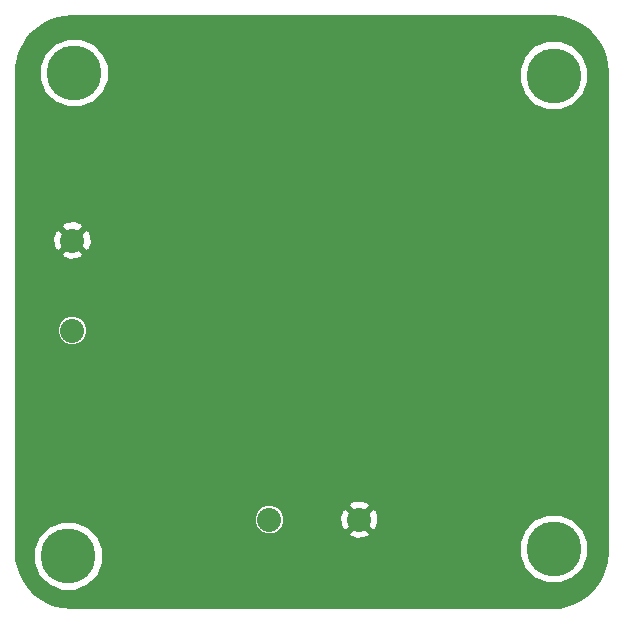
<source format=gbr>
G04 #@! TF.GenerationSoftware,KiCad,Pcbnew,5.0.2-bee76a0~70~ubuntu18.04.1*
G04 #@! TF.CreationDate,2019-02-22T10:13:23-05:00*
G04 #@! TF.ProjectId,New Buck Converter,4e657720-4275-4636-9b20-436f6e766572,rev?*
G04 #@! TF.SameCoordinates,Original*
G04 #@! TF.FileFunction,Copper,L2,Bot*
G04 #@! TF.FilePolarity,Positive*
%FSLAX46Y46*%
G04 Gerber Fmt 4.6, Leading zero omitted, Abs format (unit mm)*
G04 Created by KiCad (PCBNEW 5.0.2-bee76a0~70~ubuntu18.04.1) date Fri 22 Feb 2019 10:13:23 AM EST*
%MOMM*%
%LPD*%
G01*
G04 APERTURE LIST*
G04 #@! TA.AperFunction,ComponentPad*
%ADD10C,2.032000*%
G04 #@! TD*
G04 #@! TA.AperFunction,ComponentPad*
%ADD11C,4.648200*%
G04 #@! TD*
G04 #@! TA.AperFunction,ViaPad*
%ADD12C,0.800000*%
G04 #@! TD*
G04 #@! TA.AperFunction,Conductor*
%ADD13C,0.250000*%
G04 #@! TD*
G04 #@! TA.AperFunction,Conductor*
%ADD14C,0.381000*%
G04 #@! TD*
G04 #@! TA.AperFunction,Conductor*
%ADD15C,0.152400*%
G04 #@! TD*
G04 APERTURE END LIST*
D10*
G04 #@! TO.P,J1,2*
G04 #@! TO.N,/12V*
X107734100Y-105895140D03*
G04 #@! TO.P,J1,1*
G04 #@! TO.N,GND*
X107734100Y-98275140D03*
G04 #@! TD*
G04 #@! TO.P,J2,2*
G04 #@! TO.N,/5V*
X124409200Y-121909840D03*
G04 #@! TO.P,J2,1*
G04 #@! TO.N,GND*
X132029200Y-121909840D03*
G04 #@! TD*
D11*
G04 #@! TO.P,REF\002A\002A,1*
G04 #@! TO.N,N/C*
X107900000Y-84100000D03*
G04 #@! TD*
G04 #@! TO.P,REF\002A\002A,1*
G04 #@! TO.N,N/C*
X148500000Y-84300000D03*
G04 #@! TD*
G04 #@! TO.P,REF\002A\002A,1*
G04 #@! TO.N,N/C*
X148500000Y-124400000D03*
G04 #@! TD*
G04 #@! TO.P,REF\002A\002A,1*
G04 #@! TO.N,N/C*
X107400000Y-125000000D03*
G04 #@! TD*
D12*
G04 #@! TO.N,GND*
X142849600Y-98732340D03*
X143019780Y-108399580D03*
X142984220Y-101693980D03*
X142984220Y-105064560D03*
X143019780Y-113235740D03*
X143019780Y-111135160D03*
X123705620Y-96205040D03*
X120876060Y-96192340D03*
X117906800Y-96230440D03*
X114752120Y-96230440D03*
X114688620Y-98028760D03*
X114675920Y-100909120D03*
X143035020Y-94940120D03*
X140154660Y-114589560D03*
G04 #@! TD*
D13*
G04 #@! TO.N,GND*
X142849600Y-98732340D02*
X142849600Y-99298025D01*
X142849600Y-101559360D02*
X142984220Y-101693980D01*
X142849600Y-99298025D02*
X142849600Y-101559360D01*
X142984220Y-105064560D02*
X142984220Y-108364020D01*
X142984220Y-108364020D02*
X143019780Y-108399580D01*
X143019780Y-112670055D02*
X143022320Y-112667515D01*
X143019780Y-113235740D02*
X143019780Y-112670055D01*
X143022320Y-111137700D02*
X143019780Y-111135160D01*
X143022320Y-112667515D02*
X143022320Y-111137700D01*
D14*
X123705620Y-96205040D02*
X120888760Y-96205040D01*
X120888760Y-96205040D02*
X120876060Y-96192340D01*
X117906800Y-96230440D02*
X117341115Y-96230440D01*
X117341115Y-96230440D02*
X114752120Y-96230440D01*
X114688620Y-98028760D02*
X114688620Y-100896420D01*
X114688620Y-100896420D02*
X114675920Y-100909120D01*
D13*
X139349480Y-114589560D02*
X140154660Y-114589560D01*
X132029200Y-121909840D02*
X139349480Y-114589560D01*
G04 #@! TD*
D15*
G04 #@! TO.N,GND*
G36*
X149169545Y-79338018D02*
X149984130Y-79560862D01*
X150746372Y-79924434D01*
X151432192Y-80417245D01*
X152019898Y-81023711D01*
X152490918Y-81724663D01*
X152830369Y-82497954D01*
X153028122Y-83321658D01*
X153079781Y-84025109D01*
X153079780Y-124638406D01*
X153003402Y-125494207D01*
X152780556Y-126308795D01*
X152416986Y-127071033D01*
X151924177Y-127756850D01*
X151317714Y-128344553D01*
X150616757Y-128815578D01*
X149843466Y-129155029D01*
X149019757Y-129352784D01*
X148316325Y-129404440D01*
X107703014Y-129404440D01*
X106847213Y-129328062D01*
X106032625Y-129105216D01*
X105270387Y-128741646D01*
X104584570Y-128248837D01*
X103996867Y-127642374D01*
X103525842Y-126941417D01*
X103186391Y-126168126D01*
X102988636Y-125344417D01*
X102936980Y-124640985D01*
X102936980Y-124421503D01*
X104491700Y-124421503D01*
X104491700Y-125578497D01*
X104934462Y-126647420D01*
X105752580Y-127465538D01*
X106821503Y-127908300D01*
X107978497Y-127908300D01*
X109047420Y-127465538D01*
X109865538Y-126647420D01*
X110308300Y-125578497D01*
X110308300Y-124421503D01*
X110059773Y-123821503D01*
X145591700Y-123821503D01*
X145591700Y-124978497D01*
X146034462Y-126047420D01*
X146852580Y-126865538D01*
X147921503Y-127308300D01*
X149078497Y-127308300D01*
X150147420Y-126865538D01*
X150965538Y-126047420D01*
X151408300Y-124978497D01*
X151408300Y-123821503D01*
X150965538Y-122752580D01*
X150147420Y-121934462D01*
X149078497Y-121491700D01*
X147921503Y-121491700D01*
X146852580Y-121934462D01*
X146034462Y-122752580D01*
X145591700Y-123821503D01*
X110059773Y-123821503D01*
X109865538Y-123352580D01*
X109047420Y-122534462D01*
X107978497Y-122091700D01*
X106821503Y-122091700D01*
X105752580Y-122534462D01*
X104934462Y-123352580D01*
X104491700Y-124421503D01*
X102936980Y-124421503D01*
X102936980Y-121662274D01*
X123164600Y-121662274D01*
X123164600Y-122157406D01*
X123354079Y-122614849D01*
X123704191Y-122964961D01*
X124161634Y-123154440D01*
X124656766Y-123154440D01*
X124840294Y-123078420D01*
X131112068Y-123078420D01*
X131219754Y-123326439D01*
X131823479Y-123528368D01*
X132458522Y-123483892D01*
X132838646Y-123326439D01*
X132946332Y-123078420D01*
X132029200Y-122161287D01*
X131112068Y-123078420D01*
X124840294Y-123078420D01*
X125114209Y-122964961D01*
X125464321Y-122614849D01*
X125653800Y-122157406D01*
X125653800Y-121704119D01*
X130410672Y-121704119D01*
X130455148Y-122339162D01*
X130612601Y-122719286D01*
X130860620Y-122826972D01*
X131777753Y-121909840D01*
X132280647Y-121909840D01*
X133197780Y-122826972D01*
X133445799Y-122719286D01*
X133647728Y-122115561D01*
X133603252Y-121480518D01*
X133445799Y-121100394D01*
X133197780Y-120992708D01*
X132280647Y-121909840D01*
X131777753Y-121909840D01*
X130860620Y-120992708D01*
X130612601Y-121100394D01*
X130410672Y-121704119D01*
X125653800Y-121704119D01*
X125653800Y-121662274D01*
X125464321Y-121204831D01*
X125114209Y-120854719D01*
X124840295Y-120741260D01*
X131112068Y-120741260D01*
X132029200Y-121658393D01*
X132946332Y-120741260D01*
X132838646Y-120493241D01*
X132234921Y-120291312D01*
X131599878Y-120335788D01*
X131219754Y-120493241D01*
X131112068Y-120741260D01*
X124840295Y-120741260D01*
X124656766Y-120665240D01*
X124161634Y-120665240D01*
X123704191Y-120854719D01*
X123354079Y-121204831D01*
X123164600Y-121662274D01*
X102936980Y-121662274D01*
X102936980Y-105647574D01*
X106489500Y-105647574D01*
X106489500Y-106142706D01*
X106678979Y-106600149D01*
X107029091Y-106950261D01*
X107486534Y-107139740D01*
X107981666Y-107139740D01*
X108439109Y-106950261D01*
X108789221Y-106600149D01*
X108978700Y-106142706D01*
X108978700Y-105647574D01*
X108789221Y-105190131D01*
X108439109Y-104840019D01*
X107981666Y-104650540D01*
X107486534Y-104650540D01*
X107029091Y-104840019D01*
X106678979Y-105190131D01*
X106489500Y-105647574D01*
X102936980Y-105647574D01*
X102936980Y-99443720D01*
X106816968Y-99443720D01*
X106924654Y-99691739D01*
X107528379Y-99893668D01*
X108163422Y-99849192D01*
X108543546Y-99691739D01*
X108651232Y-99443720D01*
X107734100Y-98526587D01*
X106816968Y-99443720D01*
X102936980Y-99443720D01*
X102936980Y-98069419D01*
X106115572Y-98069419D01*
X106160048Y-98704462D01*
X106317501Y-99084586D01*
X106565520Y-99192272D01*
X107482653Y-98275140D01*
X107985547Y-98275140D01*
X108902680Y-99192272D01*
X109150699Y-99084586D01*
X109352628Y-98480861D01*
X109308152Y-97845818D01*
X109150699Y-97465694D01*
X108902680Y-97358008D01*
X107985547Y-98275140D01*
X107482653Y-98275140D01*
X106565520Y-97358008D01*
X106317501Y-97465694D01*
X106115572Y-98069419D01*
X102936980Y-98069419D01*
X102936980Y-97106560D01*
X106816968Y-97106560D01*
X107734100Y-98023693D01*
X108651232Y-97106560D01*
X108543546Y-96858541D01*
X107939821Y-96656612D01*
X107304778Y-96701088D01*
X106924654Y-96858541D01*
X106816968Y-97106560D01*
X102936980Y-97106560D01*
X102936980Y-84027674D01*
X102982154Y-83521503D01*
X104991700Y-83521503D01*
X104991700Y-84678497D01*
X105434462Y-85747420D01*
X106252580Y-86565538D01*
X107321503Y-87008300D01*
X108478497Y-87008300D01*
X109547420Y-86565538D01*
X110365538Y-85747420D01*
X110808300Y-84678497D01*
X110808300Y-83721503D01*
X145591700Y-83721503D01*
X145591700Y-84878497D01*
X146034462Y-85947420D01*
X146852580Y-86765538D01*
X147921503Y-87208300D01*
X149078497Y-87208300D01*
X150147420Y-86765538D01*
X150965538Y-85947420D01*
X151408300Y-84878497D01*
X151408300Y-83721503D01*
X150965538Y-82652580D01*
X150147420Y-81834462D01*
X149078497Y-81391700D01*
X147921503Y-81391700D01*
X146852580Y-81834462D01*
X146034462Y-82652580D01*
X145591700Y-83721503D01*
X110808300Y-83721503D01*
X110808300Y-83521503D01*
X110365538Y-82452580D01*
X109547420Y-81634462D01*
X108478497Y-81191700D01*
X107321503Y-81191700D01*
X106252580Y-81634462D01*
X105434462Y-82452580D01*
X104991700Y-83521503D01*
X102982154Y-83521503D01*
X103013358Y-83171875D01*
X103236202Y-82357290D01*
X103599774Y-81595048D01*
X104092585Y-80909228D01*
X104699051Y-80321522D01*
X105400003Y-79850502D01*
X106173294Y-79511051D01*
X106996998Y-79313298D01*
X107700436Y-79261640D01*
X148313746Y-79261640D01*
X149169545Y-79338018D01*
X149169545Y-79338018D01*
G37*
X149169545Y-79338018D02*
X149984130Y-79560862D01*
X150746372Y-79924434D01*
X151432192Y-80417245D01*
X152019898Y-81023711D01*
X152490918Y-81724663D01*
X152830369Y-82497954D01*
X153028122Y-83321658D01*
X153079781Y-84025109D01*
X153079780Y-124638406D01*
X153003402Y-125494207D01*
X152780556Y-126308795D01*
X152416986Y-127071033D01*
X151924177Y-127756850D01*
X151317714Y-128344553D01*
X150616757Y-128815578D01*
X149843466Y-129155029D01*
X149019757Y-129352784D01*
X148316325Y-129404440D01*
X107703014Y-129404440D01*
X106847213Y-129328062D01*
X106032625Y-129105216D01*
X105270387Y-128741646D01*
X104584570Y-128248837D01*
X103996867Y-127642374D01*
X103525842Y-126941417D01*
X103186391Y-126168126D01*
X102988636Y-125344417D01*
X102936980Y-124640985D01*
X102936980Y-124421503D01*
X104491700Y-124421503D01*
X104491700Y-125578497D01*
X104934462Y-126647420D01*
X105752580Y-127465538D01*
X106821503Y-127908300D01*
X107978497Y-127908300D01*
X109047420Y-127465538D01*
X109865538Y-126647420D01*
X110308300Y-125578497D01*
X110308300Y-124421503D01*
X110059773Y-123821503D01*
X145591700Y-123821503D01*
X145591700Y-124978497D01*
X146034462Y-126047420D01*
X146852580Y-126865538D01*
X147921503Y-127308300D01*
X149078497Y-127308300D01*
X150147420Y-126865538D01*
X150965538Y-126047420D01*
X151408300Y-124978497D01*
X151408300Y-123821503D01*
X150965538Y-122752580D01*
X150147420Y-121934462D01*
X149078497Y-121491700D01*
X147921503Y-121491700D01*
X146852580Y-121934462D01*
X146034462Y-122752580D01*
X145591700Y-123821503D01*
X110059773Y-123821503D01*
X109865538Y-123352580D01*
X109047420Y-122534462D01*
X107978497Y-122091700D01*
X106821503Y-122091700D01*
X105752580Y-122534462D01*
X104934462Y-123352580D01*
X104491700Y-124421503D01*
X102936980Y-124421503D01*
X102936980Y-121662274D01*
X123164600Y-121662274D01*
X123164600Y-122157406D01*
X123354079Y-122614849D01*
X123704191Y-122964961D01*
X124161634Y-123154440D01*
X124656766Y-123154440D01*
X124840294Y-123078420D01*
X131112068Y-123078420D01*
X131219754Y-123326439D01*
X131823479Y-123528368D01*
X132458522Y-123483892D01*
X132838646Y-123326439D01*
X132946332Y-123078420D01*
X132029200Y-122161287D01*
X131112068Y-123078420D01*
X124840294Y-123078420D01*
X125114209Y-122964961D01*
X125464321Y-122614849D01*
X125653800Y-122157406D01*
X125653800Y-121704119D01*
X130410672Y-121704119D01*
X130455148Y-122339162D01*
X130612601Y-122719286D01*
X130860620Y-122826972D01*
X131777753Y-121909840D01*
X132280647Y-121909840D01*
X133197780Y-122826972D01*
X133445799Y-122719286D01*
X133647728Y-122115561D01*
X133603252Y-121480518D01*
X133445799Y-121100394D01*
X133197780Y-120992708D01*
X132280647Y-121909840D01*
X131777753Y-121909840D01*
X130860620Y-120992708D01*
X130612601Y-121100394D01*
X130410672Y-121704119D01*
X125653800Y-121704119D01*
X125653800Y-121662274D01*
X125464321Y-121204831D01*
X125114209Y-120854719D01*
X124840295Y-120741260D01*
X131112068Y-120741260D01*
X132029200Y-121658393D01*
X132946332Y-120741260D01*
X132838646Y-120493241D01*
X132234921Y-120291312D01*
X131599878Y-120335788D01*
X131219754Y-120493241D01*
X131112068Y-120741260D01*
X124840295Y-120741260D01*
X124656766Y-120665240D01*
X124161634Y-120665240D01*
X123704191Y-120854719D01*
X123354079Y-121204831D01*
X123164600Y-121662274D01*
X102936980Y-121662274D01*
X102936980Y-105647574D01*
X106489500Y-105647574D01*
X106489500Y-106142706D01*
X106678979Y-106600149D01*
X107029091Y-106950261D01*
X107486534Y-107139740D01*
X107981666Y-107139740D01*
X108439109Y-106950261D01*
X108789221Y-106600149D01*
X108978700Y-106142706D01*
X108978700Y-105647574D01*
X108789221Y-105190131D01*
X108439109Y-104840019D01*
X107981666Y-104650540D01*
X107486534Y-104650540D01*
X107029091Y-104840019D01*
X106678979Y-105190131D01*
X106489500Y-105647574D01*
X102936980Y-105647574D01*
X102936980Y-99443720D01*
X106816968Y-99443720D01*
X106924654Y-99691739D01*
X107528379Y-99893668D01*
X108163422Y-99849192D01*
X108543546Y-99691739D01*
X108651232Y-99443720D01*
X107734100Y-98526587D01*
X106816968Y-99443720D01*
X102936980Y-99443720D01*
X102936980Y-98069419D01*
X106115572Y-98069419D01*
X106160048Y-98704462D01*
X106317501Y-99084586D01*
X106565520Y-99192272D01*
X107482653Y-98275140D01*
X107985547Y-98275140D01*
X108902680Y-99192272D01*
X109150699Y-99084586D01*
X109352628Y-98480861D01*
X109308152Y-97845818D01*
X109150699Y-97465694D01*
X108902680Y-97358008D01*
X107985547Y-98275140D01*
X107482653Y-98275140D01*
X106565520Y-97358008D01*
X106317501Y-97465694D01*
X106115572Y-98069419D01*
X102936980Y-98069419D01*
X102936980Y-97106560D01*
X106816968Y-97106560D01*
X107734100Y-98023693D01*
X108651232Y-97106560D01*
X108543546Y-96858541D01*
X107939821Y-96656612D01*
X107304778Y-96701088D01*
X106924654Y-96858541D01*
X106816968Y-97106560D01*
X102936980Y-97106560D01*
X102936980Y-84027674D01*
X102982154Y-83521503D01*
X104991700Y-83521503D01*
X104991700Y-84678497D01*
X105434462Y-85747420D01*
X106252580Y-86565538D01*
X107321503Y-87008300D01*
X108478497Y-87008300D01*
X109547420Y-86565538D01*
X110365538Y-85747420D01*
X110808300Y-84678497D01*
X110808300Y-83721503D01*
X145591700Y-83721503D01*
X145591700Y-84878497D01*
X146034462Y-85947420D01*
X146852580Y-86765538D01*
X147921503Y-87208300D01*
X149078497Y-87208300D01*
X150147420Y-86765538D01*
X150965538Y-85947420D01*
X151408300Y-84878497D01*
X151408300Y-83721503D01*
X150965538Y-82652580D01*
X150147420Y-81834462D01*
X149078497Y-81391700D01*
X147921503Y-81391700D01*
X146852580Y-81834462D01*
X146034462Y-82652580D01*
X145591700Y-83721503D01*
X110808300Y-83721503D01*
X110808300Y-83521503D01*
X110365538Y-82452580D01*
X109547420Y-81634462D01*
X108478497Y-81191700D01*
X107321503Y-81191700D01*
X106252580Y-81634462D01*
X105434462Y-82452580D01*
X104991700Y-83521503D01*
X102982154Y-83521503D01*
X103013358Y-83171875D01*
X103236202Y-82357290D01*
X103599774Y-81595048D01*
X104092585Y-80909228D01*
X104699051Y-80321522D01*
X105400003Y-79850502D01*
X106173294Y-79511051D01*
X106996998Y-79313298D01*
X107700436Y-79261640D01*
X148313746Y-79261640D01*
X149169545Y-79338018D01*
G04 #@! TD*
M02*

</source>
